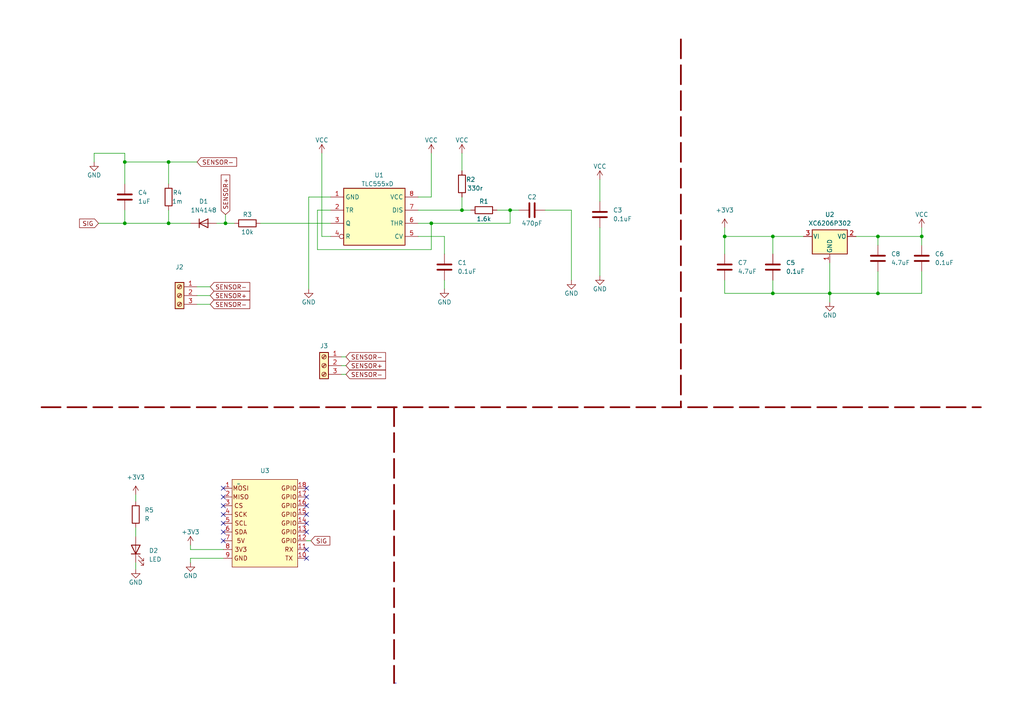
<source format=kicad_sch>
(kicad_sch (version 20230121) (generator eeschema)

  (uuid 327951dd-75dc-4883-84d8-56fda21bf9d0)

  (paper "A4")

  (lib_symbols
    (symbol "Connector:Screw_Terminal_01x03" (pin_names (offset 1.016) hide) (in_bom yes) (on_board yes)
      (property "Reference" "J" (at 0 5.08 0)
        (effects (font (size 1.27 1.27)))
      )
      (property "Value" "Screw_Terminal_01x03" (at 0 -5.08 0)
        (effects (font (size 1.27 1.27)))
      )
      (property "Footprint" "" (at 0 0 0)
        (effects (font (size 1.27 1.27)) hide)
      )
      (property "Datasheet" "~" (at 0 0 0)
        (effects (font (size 1.27 1.27)) hide)
      )
      (property "ki_keywords" "screw terminal" (at 0 0 0)
        (effects (font (size 1.27 1.27)) hide)
      )
      (property "ki_description" "Generic screw terminal, single row, 01x03, script generated (kicad-library-utils/schlib/autogen/connector/)" (at 0 0 0)
        (effects (font (size 1.27 1.27)) hide)
      )
      (property "ki_fp_filters" "TerminalBlock*:*" (at 0 0 0)
        (effects (font (size 1.27 1.27)) hide)
      )
      (symbol "Screw_Terminal_01x03_1_1"
        (rectangle (start -1.27 3.81) (end 1.27 -3.81)
          (stroke (width 0.254) (type default))
          (fill (type background))
        )
        (circle (center 0 -2.54) (radius 0.635)
          (stroke (width 0.1524) (type default))
          (fill (type none))
        )
        (polyline
          (pts
            (xy -0.5334 -2.2098)
            (xy 0.3302 -3.048)
          )
          (stroke (width 0.1524) (type default))
          (fill (type none))
        )
        (polyline
          (pts
            (xy -0.5334 0.3302)
            (xy 0.3302 -0.508)
          )
          (stroke (width 0.1524) (type default))
          (fill (type none))
        )
        (polyline
          (pts
            (xy -0.5334 2.8702)
            (xy 0.3302 2.032)
          )
          (stroke (width 0.1524) (type default))
          (fill (type none))
        )
        (polyline
          (pts
            (xy -0.3556 -2.032)
            (xy 0.508 -2.8702)
          )
          (stroke (width 0.1524) (type default))
          (fill (type none))
        )
        (polyline
          (pts
            (xy -0.3556 0.508)
            (xy 0.508 -0.3302)
          )
          (stroke (width 0.1524) (type default))
          (fill (type none))
        )
        (polyline
          (pts
            (xy -0.3556 3.048)
            (xy 0.508 2.2098)
          )
          (stroke (width 0.1524) (type default))
          (fill (type none))
        )
        (circle (center 0 0) (radius 0.635)
          (stroke (width 0.1524) (type default))
          (fill (type none))
        )
        (circle (center 0 2.54) (radius 0.635)
          (stroke (width 0.1524) (type default))
          (fill (type none))
        )
        (pin passive line (at -5.08 2.54 0) (length 3.81)
          (name "Pin_1" (effects (font (size 1.27 1.27))))
          (number "1" (effects (font (size 1.27 1.27))))
        )
        (pin passive line (at -5.08 0 0) (length 3.81)
          (name "Pin_2" (effects (font (size 1.27 1.27))))
          (number "2" (effects (font (size 1.27 1.27))))
        )
        (pin passive line (at -5.08 -2.54 0) (length 3.81)
          (name "Pin_3" (effects (font (size 1.27 1.27))))
          (number "3" (effects (font (size 1.27 1.27))))
        )
      )
    )
    (symbol "Device:C" (pin_numbers hide) (pin_names (offset 0.254)) (in_bom yes) (on_board yes)
      (property "Reference" "C" (at 0.635 2.54 0)
        (effects (font (size 1.27 1.27)) (justify left))
      )
      (property "Value" "C" (at 0.635 -2.54 0)
        (effects (font (size 1.27 1.27)) (justify left))
      )
      (property "Footprint" "" (at 0.9652 -3.81 0)
        (effects (font (size 1.27 1.27)) hide)
      )
      (property "Datasheet" "~" (at 0 0 0)
        (effects (font (size 1.27 1.27)) hide)
      )
      (property "ki_keywords" "cap capacitor" (at 0 0 0)
        (effects (font (size 1.27 1.27)) hide)
      )
      (property "ki_description" "Unpolarized capacitor" (at 0 0 0)
        (effects (font (size 1.27 1.27)) hide)
      )
      (property "ki_fp_filters" "C_*" (at 0 0 0)
        (effects (font (size 1.27 1.27)) hide)
      )
      (symbol "C_0_1"
        (polyline
          (pts
            (xy -2.032 -0.762)
            (xy 2.032 -0.762)
          )
          (stroke (width 0.508) (type default))
          (fill (type none))
        )
        (polyline
          (pts
            (xy -2.032 0.762)
            (xy 2.032 0.762)
          )
          (stroke (width 0.508) (type default))
          (fill (type none))
        )
      )
      (symbol "C_1_1"
        (pin passive line (at 0 3.81 270) (length 2.794)
          (name "~" (effects (font (size 1.27 1.27))))
          (number "1" (effects (font (size 1.27 1.27))))
        )
        (pin passive line (at 0 -3.81 90) (length 2.794)
          (name "~" (effects (font (size 1.27 1.27))))
          (number "2" (effects (font (size 1.27 1.27))))
        )
      )
    )
    (symbol "Device:LED" (pin_numbers hide) (pin_names (offset 1.016) hide) (in_bom yes) (on_board yes)
      (property "Reference" "D" (at 0 2.54 0)
        (effects (font (size 1.27 1.27)))
      )
      (property "Value" "LED" (at 0 -2.54 0)
        (effects (font (size 1.27 1.27)))
      )
      (property "Footprint" "" (at 0 0 0)
        (effects (font (size 1.27 1.27)) hide)
      )
      (property "Datasheet" "~" (at 0 0 0)
        (effects (font (size 1.27 1.27)) hide)
      )
      (property "ki_keywords" "LED diode" (at 0 0 0)
        (effects (font (size 1.27 1.27)) hide)
      )
      (property "ki_description" "Light emitting diode" (at 0 0 0)
        (effects (font (size 1.27 1.27)) hide)
      )
      (property "ki_fp_filters" "LED* LED_SMD:* LED_THT:*" (at 0 0 0)
        (effects (font (size 1.27 1.27)) hide)
      )
      (symbol "LED_0_1"
        (polyline
          (pts
            (xy -1.27 -1.27)
            (xy -1.27 1.27)
          )
          (stroke (width 0.254) (type default))
          (fill (type none))
        )
        (polyline
          (pts
            (xy -1.27 0)
            (xy 1.27 0)
          )
          (stroke (width 0) (type default))
          (fill (type none))
        )
        (polyline
          (pts
            (xy 1.27 -1.27)
            (xy 1.27 1.27)
            (xy -1.27 0)
            (xy 1.27 -1.27)
          )
          (stroke (width 0.254) (type default))
          (fill (type none))
        )
        (polyline
          (pts
            (xy -3.048 -0.762)
            (xy -4.572 -2.286)
            (xy -3.81 -2.286)
            (xy -4.572 -2.286)
            (xy -4.572 -1.524)
          )
          (stroke (width 0) (type default))
          (fill (type none))
        )
        (polyline
          (pts
            (xy -1.778 -0.762)
            (xy -3.302 -2.286)
            (xy -2.54 -2.286)
            (xy -3.302 -2.286)
            (xy -3.302 -1.524)
          )
          (stroke (width 0) (type default))
          (fill (type none))
        )
      )
      (symbol "LED_1_1"
        (pin passive line (at -3.81 0 0) (length 2.54)
          (name "K" (effects (font (size 1.27 1.27))))
          (number "1" (effects (font (size 1.27 1.27))))
        )
        (pin passive line (at 3.81 0 180) (length 2.54)
          (name "A" (effects (font (size 1.27 1.27))))
          (number "2" (effects (font (size 1.27 1.27))))
        )
      )
    )
    (symbol "Device:R" (pin_numbers hide) (pin_names (offset 0)) (in_bom yes) (on_board yes)
      (property "Reference" "R" (at 2.032 0 90)
        (effects (font (size 1.27 1.27)))
      )
      (property "Value" "R" (at 0 0 90)
        (effects (font (size 1.27 1.27)))
      )
      (property "Footprint" "" (at -1.778 0 90)
        (effects (font (size 1.27 1.27)) hide)
      )
      (property "Datasheet" "~" (at 0 0 0)
        (effects (font (size 1.27 1.27)) hide)
      )
      (property "ki_keywords" "R res resistor" (at 0 0 0)
        (effects (font (size 1.27 1.27)) hide)
      )
      (property "ki_description" "Resistor" (at 0 0 0)
        (effects (font (size 1.27 1.27)) hide)
      )
      (property "ki_fp_filters" "R_*" (at 0 0 0)
        (effects (font (size 1.27 1.27)) hide)
      )
      (symbol "R_0_1"
        (rectangle (start -1.016 -2.54) (end 1.016 2.54)
          (stroke (width 0.254) (type default))
          (fill (type none))
        )
      )
      (symbol "R_1_1"
        (pin passive line (at 0 3.81 270) (length 1.27)
          (name "~" (effects (font (size 1.27 1.27))))
          (number "1" (effects (font (size 1.27 1.27))))
        )
        (pin passive line (at 0 -3.81 90) (length 1.27)
          (name "~" (effects (font (size 1.27 1.27))))
          (number "2" (effects (font (size 1.27 1.27))))
        )
      )
    )
    (symbol "Diode:1N4148" (pin_numbers hide) (pin_names hide) (in_bom yes) (on_board yes)
      (property "Reference" "D" (at 0 2.54 0)
        (effects (font (size 1.27 1.27)))
      )
      (property "Value" "1N4148" (at 0 -2.54 0)
        (effects (font (size 1.27 1.27)))
      )
      (property "Footprint" "Diode_THT:D_DO-35_SOD27_P7.62mm_Horizontal" (at 0 0 0)
        (effects (font (size 1.27 1.27)) hide)
      )
      (property "Datasheet" "https://assets.nexperia.com/documents/data-sheet/1N4148_1N4448.pdf" (at 0 0 0)
        (effects (font (size 1.27 1.27)) hide)
      )
      (property "Sim.Device" "D" (at 0 0 0)
        (effects (font (size 1.27 1.27)) hide)
      )
      (property "Sim.Pins" "1=K 2=A" (at 0 0 0)
        (effects (font (size 1.27 1.27)) hide)
      )
      (property "ki_keywords" "diode" (at 0 0 0)
        (effects (font (size 1.27 1.27)) hide)
      )
      (property "ki_description" "100V 0.15A standard switching diode, DO-35" (at 0 0 0)
        (effects (font (size 1.27 1.27)) hide)
      )
      (property "ki_fp_filters" "D*DO?35*" (at 0 0 0)
        (effects (font (size 1.27 1.27)) hide)
      )
      (symbol "1N4148_0_1"
        (polyline
          (pts
            (xy -1.27 1.27)
            (xy -1.27 -1.27)
          )
          (stroke (width 0.254) (type default))
          (fill (type none))
        )
        (polyline
          (pts
            (xy 1.27 0)
            (xy -1.27 0)
          )
          (stroke (width 0) (type default))
          (fill (type none))
        )
        (polyline
          (pts
            (xy 1.27 1.27)
            (xy 1.27 -1.27)
            (xy -1.27 0)
            (xy 1.27 1.27)
          )
          (stroke (width 0.254) (type default))
          (fill (type none))
        )
      )
      (symbol "1N4148_1_1"
        (pin passive line (at -3.81 0 0) (length 2.54)
          (name "K" (effects (font (size 1.27 1.27))))
          (number "1" (effects (font (size 1.27 1.27))))
        )
        (pin passive line (at 3.81 0 180) (length 2.54)
          (name "A" (effects (font (size 1.27 1.27))))
          (number "2" (effects (font (size 1.27 1.27))))
        )
      )
    )
    (symbol "Regulator_Linear:XC6206PxxxMR" (pin_names (offset 0.254)) (in_bom yes) (on_board yes)
      (property "Reference" "U" (at -3.81 3.175 0)
        (effects (font (size 1.27 1.27)))
      )
      (property "Value" "XC6206PxxxMR" (at 0 3.175 0)
        (effects (font (size 1.27 1.27)) (justify left))
      )
      (property "Footprint" "Package_TO_SOT_SMD:SOT-23-3" (at 0 5.715 0)
        (effects (font (size 1.27 1.27) italic) hide)
      )
      (property "Datasheet" "https://www.torexsemi.com/file/xc6206/XC6206.pdf" (at 0 0 0)
        (effects (font (size 1.27 1.27)) hide)
      )
      (property "ki_keywords" "Torex LDO Voltage Regulator Fixed Positive" (at 0 0 0)
        (effects (font (size 1.27 1.27)) hide)
      )
      (property "ki_description" "Positive 60-250mA Low Dropout Regulator, Fixed Output, SOT-23" (at 0 0 0)
        (effects (font (size 1.27 1.27)) hide)
      )
      (property "ki_fp_filters" "SOT?23?3*" (at 0 0 0)
        (effects (font (size 1.27 1.27)) hide)
      )
      (symbol "XC6206PxxxMR_0_1"
        (rectangle (start -5.08 1.905) (end 5.08 -5.08)
          (stroke (width 0.254) (type default))
          (fill (type background))
        )
      )
      (symbol "XC6206PxxxMR_1_1"
        (pin power_in line (at 0 -7.62 90) (length 2.54)
          (name "GND" (effects (font (size 1.27 1.27))))
          (number "1" (effects (font (size 1.27 1.27))))
        )
        (pin power_out line (at 7.62 0 180) (length 2.54)
          (name "VO" (effects (font (size 1.27 1.27))))
          (number "2" (effects (font (size 1.27 1.27))))
        )
        (pin power_in line (at -7.62 0 0) (length 2.54)
          (name "VI" (effects (font (size 1.27 1.27))))
          (number "3" (effects (font (size 1.27 1.27))))
        )
      )
    )
    (symbol "Timer:TLC555xD" (in_bom yes) (on_board yes)
      (property "Reference" "U1" (at 0 10.16 0)
        (effects (font (size 1.27 1.27)) (justify left))
      )
      (property "Value" "TLC555xD" (at -3.81 7.62 0)
        (effects (font (size 1.27 1.27)) (justify left))
      )
      (property "Footprint" "Package_SO:SOIC-8_3.9x4.9mm_P1.27mm" (at 21.59 -10.16 0)
        (effects (font (size 1.27 1.27)) hide)
      )
      (property "Datasheet" "http://www.ti.com/lit/ds/symlink/tlc555.pdf" (at 21.59 -10.16 0)
        (effects (font (size 1.27 1.27)) hide)
      )
      (property "ki_keywords" "single timer 555" (at 0 0 0)
        (effects (font (size 1.27 1.27)) hide)
      )
      (property "ki_description" "Single LinCMOS Timer, 555 compatible, SOIC-8" (at 0 0 0)
        (effects (font (size 1.27 1.27)) hide)
      )
      (property "ki_fp_filters" "SOIC*3.9x4.9mm*P1.27mm*" (at 0 0 0)
        (effects (font (size 1.27 1.27)) hide)
      )
      (symbol "TLC555xD_0_1"
        (rectangle (start -8.89 6.35) (end 8.89 -10.16)
          (stroke (width 0.254) (type default))
          (fill (type background))
        )
      )
      (symbol "TLC555xD_1_0"
        (pin power_in line (at 12.7 3.81 180) (length 3.81)
          (name "VCC" (effects (font (size 1.27 1.27))))
          (number "8" (effects (font (size 1.27 1.27))))
        )
      )
      (symbol "TLC555xD_1_1"
        (pin input line (at -12.7 3.81 0) (length 3.81)
          (name "GND" (effects (font (size 1.27 1.27))))
          (number "1" (effects (font (size 1.27 1.27))))
        )
        (pin input line (at -12.7 0 0) (length 3.81)
          (name "TR" (effects (font (size 1.27 1.27))))
          (number "2" (effects (font (size 1.27 1.27))))
        )
        (pin output line (at -12.7 -3.81 0) (length 3.81)
          (name "Q" (effects (font (size 1.27 1.27))))
          (number "3" (effects (font (size 1.27 1.27))))
        )
        (pin input inverted (at -12.7 -7.62 0) (length 3.81)
          (name "R" (effects (font (size 1.27 1.27))))
          (number "4" (effects (font (size 1.27 1.27))))
        )
        (pin input line (at 12.7 -7.62 180) (length 3.81)
          (name "CV" (effects (font (size 1.27 1.27))))
          (number "5" (effects (font (size 1.27 1.27))))
        )
        (pin input line (at 12.7 -3.81 180) (length 3.81)
          (name "THR" (effects (font (size 1.27 1.27))))
          (number "6" (effects (font (size 1.27 1.27))))
        )
        (pin input line (at 12.7 0 180) (length 3.81)
          (name "DIS" (effects (font (size 1.27 1.27))))
          (number "7" (effects (font (size 1.27 1.27))))
        )
      )
    )
    (symbol "VCC_1" (power) (pin_names (offset 0)) (in_bom yes) (on_board yes)
      (property "Reference" "#PWR012" (at 0 -3.81 0)
        (effects (font (size 1.27 1.27)) hide)
      )
      (property "Value" "VCC_1" (at 0 5.08 0)
        (effects (font (size 1.27 1.27)))
      )
      (property "Footprint" "" (at 0 0 0)
        (effects (font (size 1.27 1.27)) hide)
      )
      (property "Datasheet" "" (at 0 0 0)
        (effects (font (size 1.27 1.27)) hide)
      )
      (property "ki_keywords" "global power" (at 0 0 0)
        (effects (font (size 1.27 1.27)) hide)
      )
      (property "ki_description" "Power symbol creates a global label with name \"VCC\"" (at 0 0 0)
        (effects (font (size 1.27 1.27)) hide)
      )
      (symbol "VCC_1_0_1"
        (polyline
          (pts
            (xy -0.762 1.27)
            (xy 0 2.54)
          )
          (stroke (width 0) (type default))
          (fill (type none))
        )
        (polyline
          (pts
            (xy 0 0)
            (xy 0 2.54)
          )
          (stroke (width 0) (type default))
          (fill (type none))
        )
        (polyline
          (pts
            (xy 0 2.54)
            (xy 0.762 1.27)
          )
          (stroke (width 0) (type default))
          (fill (type none))
        )
      )
      (symbol "VCC_1_1_1"
        (pin power_in line (at 0 0 90) (length 0) hide
          (name "VCC" (effects (font (size 1.27 1.27))))
          (number "1" (effects (font (size 1.27 1.27))))
        )
      )
    )
    (symbol "moduler_pin:air" (in_bom yes) (on_board yes)
      (property "Reference" "U" (at 7.62 2.54 0)
        (effects (font (size 1.27 1.27)))
      )
      (property "Value" "" (at 0 0 0)
        (effects (font (size 1.27 1.27)))
      )
      (property "Footprint" "" (at 0 0 0)
        (effects (font (size 1.27 1.27)) hide)
      )
      (property "Datasheet" "" (at 0 0 0)
        (effects (font (size 1.27 1.27)) hide)
      )
      (symbol "air_1_1"
        (rectangle (start -1.905 1.27) (end 17.145 -24.13)
          (stroke (width 0) (type default))
          (fill (type background))
        )
        (text "3V3" (at 0.635 -19.05 0)
          (effects (font (size 1.27 1.27)))
        )
        (text "5V" (at 0.635 -16.51 0)
          (effects (font (size 1.27 1.27)))
        )
        (text "CS" (at 0 -6.35 0)
          (effects (font (size 1.27 1.27)))
        )
        (text "GND" (at 0.635 -21.59 0)
          (effects (font (size 1.27 1.27)))
        )
        (text "GPIO" (at 14.605 -16.51 0)
          (effects (font (size 1.27 1.27)))
        )
        (text "GPIO" (at 14.605 -13.97 0)
          (effects (font (size 1.27 1.27)))
        )
        (text "GPIO" (at 14.605 -11.43 0)
          (effects (font (size 1.27 1.27)))
        )
        (text "GPIO" (at 14.605 -8.89 0)
          (effects (font (size 1.27 1.27)))
        )
        (text "GPIO" (at 14.605 -6.35 0)
          (effects (font (size 1.27 1.27)))
        )
        (text "GPIO" (at 14.605 -3.81 0)
          (effects (font (size 1.27 1.27)))
        )
        (text "GPIO" (at 14.605 -1.27 0)
          (effects (font (size 1.27 1.27)))
        )
        (text "MISO" (at 0.635 -3.81 0)
          (effects (font (size 1.27 1.27)))
        )
        (text "MOSI" (at 0.635 -1.27 0)
          (effects (font (size 1.27 1.27)))
        )
        (text "RX" (at 14.605 -19.05 0)
          (effects (font (size 1.27 1.27)))
        )
        (text "SCK" (at 0.635 -8.89 0)
          (effects (font (size 1.27 1.27)))
        )
        (text "SCL" (at 0.635 -11.43 0)
          (effects (font (size 1.27 1.27)))
        )
        (text "SDA" (at 0.635 -13.97 0)
          (effects (font (size 1.27 1.27)))
        )
        (text "TX" (at 14.605 -21.59 0)
          (effects (font (size 1.27 1.27)))
        )
        (pin input line (at -4.445 -1.27 0) (length 2.54)
          (name "" (effects (font (size 1.27 1.27))))
          (number "1" (effects (font (size 1.27 1.27))))
        )
        (pin input line (at 19.685 -21.59 180) (length 2.54)
          (name "" (effects (font (size 1.27 1.27))))
          (number "10" (effects (font (size 1.27 1.27))))
        )
        (pin input line (at 19.685 -19.05 180) (length 2.54)
          (name "" (effects (font (size 1.27 1.27))))
          (number "11" (effects (font (size 1.27 1.27))))
        )
        (pin input line (at 19.685 -16.51 180) (length 2.54)
          (name "" (effects (font (size 1.27 1.27))))
          (number "12" (effects (font (size 1.27 1.27))))
        )
        (pin input line (at 19.685 -13.97 180) (length 2.54)
          (name "" (effects (font (size 1.27 1.27))))
          (number "13" (effects (font (size 1.27 1.27))))
        )
        (pin input line (at 19.685 -11.43 180) (length 2.54)
          (name "" (effects (font (size 1.27 1.27))))
          (number "14" (effects (font (size 1.27 1.27))))
        )
        (pin input line (at 19.685 -8.89 180) (length 2.54)
          (name "" (effects (font (size 1.27 1.27))))
          (number "15" (effects (font (size 1.27 1.27))))
        )
        (pin input line (at 19.685 -6.35 180) (length 2.54)
          (name "" (effects (font (size 1.27 1.27))))
          (number "16" (effects (font (size 1.27 1.27))))
        )
        (pin input line (at 19.685 -3.81 180) (length 2.54)
          (name "" (effects (font (size 1.27 1.27))))
          (number "17" (effects (font (size 1.27 1.27))))
        )
        (pin input line (at 19.685 -1.27 180) (length 2.54)
          (name "" (effects (font (size 1.27 1.27))))
          (number "18" (effects (font (size 1.27 1.27))))
        )
        (pin input line (at -4.445 -3.81 0) (length 2.54)
          (name "" (effects (font (size 1.27 1.27))))
          (number "2" (effects (font (size 1.27 1.27))))
        )
        (pin input line (at -4.445 -6.35 0) (length 2.54)
          (name "" (effects (font (size 1.27 1.27))))
          (number "3" (effects (font (size 1.27 1.27))))
        )
        (pin input line (at -4.445 -8.89 0) (length 2.54)
          (name "" (effects (font (size 1.27 1.27))))
          (number "4" (effects (font (size 1.27 1.27))))
        )
        (pin input line (at -4.445 -11.43 0) (length 2.54)
          (name "" (effects (font (size 1.27 1.27))))
          (number "5" (effects (font (size 1.27 1.27))))
        )
        (pin input line (at -4.445 -13.97 0) (length 2.54)
          (name "" (effects (font (size 1.27 1.27))))
          (number "6" (effects (font (size 1.27 1.27))))
        )
        (pin input line (at -4.445 -16.51 0) (length 2.54)
          (name "" (effects (font (size 1.27 1.27))))
          (number "7" (effects (font (size 1.27 1.27))))
        )
        (pin input line (at -4.445 -19.05 0) (length 2.54)
          (name "" (effects (font (size 1.27 1.27))))
          (number "8" (effects (font (size 1.27 1.27))))
        )
        (pin input line (at -4.445 -21.59 0) (length 2.54)
          (name "" (effects (font (size 1.27 1.27))))
          (number "9" (effects (font (size 1.27 1.27))))
        )
      )
    )
    (symbol "power:+3V3" (power) (pin_names (offset 0)) (in_bom yes) (on_board yes)
      (property "Reference" "#PWR" (at 0 -3.81 0)
        (effects (font (size 1.27 1.27)) hide)
      )
      (property "Value" "+3V3" (at 0 3.556 0)
        (effects (font (size 1.27 1.27)))
      )
      (property "Footprint" "" (at 0 0 0)
        (effects (font (size 1.27 1.27)) hide)
      )
      (property "Datasheet" "" (at 0 0 0)
        (effects (font (size 1.27 1.27)) hide)
      )
      (property "ki_keywords" "global power" (at 0 0 0)
        (effects (font (size 1.27 1.27)) hide)
      )
      (property "ki_description" "Power symbol creates a global label with name \"+3V3\"" (at 0 0 0)
        (effects (font (size 1.27 1.27)) hide)
      )
      (symbol "+3V3_0_1"
        (polyline
          (pts
            (xy -0.762 1.27)
            (xy 0 2.54)
          )
          (stroke (width 0) (type default))
          (fill (type none))
        )
        (polyline
          (pts
            (xy 0 0)
            (xy 0 2.54)
          )
          (stroke (width 0) (type default))
          (fill (type none))
        )
        (polyline
          (pts
            (xy 0 2.54)
            (xy 0.762 1.27)
          )
          (stroke (width 0) (type default))
          (fill (type none))
        )
      )
      (symbol "+3V3_1_1"
        (pin power_in line (at 0 0 90) (length 0) hide
          (name "+3V3" (effects (font (size 1.27 1.27))))
          (number "1" (effects (font (size 1.27 1.27))))
        )
      )
    )
    (symbol "power:GND" (power) (pin_names (offset 0)) (in_bom yes) (on_board yes)
      (property "Reference" "#PWR" (at 0 -6.35 0)
        (effects (font (size 1.27 1.27)) hide)
      )
      (property "Value" "GND" (at 0 -3.81 0)
        (effects (font (size 1.27 1.27)))
      )
      (property "Footprint" "" (at 0 0 0)
        (effects (font (size 1.27 1.27)) hide)
      )
      (property "Datasheet" "" (at 0 0 0)
        (effects (font (size 1.27 1.27)) hide)
      )
      (property "ki_keywords" "global power" (at 0 0 0)
        (effects (font (size 1.27 1.27)) hide)
      )
      (property "ki_description" "Power symbol creates a global label with name \"GND\" , ground" (at 0 0 0)
        (effects (font (size 1.27 1.27)) hide)
      )
      (symbol "GND_0_1"
        (polyline
          (pts
            (xy 0 0)
            (xy 0 -1.27)
            (xy 1.27 -1.27)
            (xy 0 -2.54)
            (xy -1.27 -1.27)
            (xy 0 -1.27)
          )
          (stroke (width 0) (type default))
          (fill (type none))
        )
      )
      (symbol "GND_1_1"
        (pin power_in line (at 0 0 270) (length 0) hide
          (name "GND" (effects (font (size 1.27 1.27))))
          (number "1" (effects (font (size 1.27 1.27))))
        )
      )
    )
  )

  (junction (at 240.665 85.09) (diameter 0) (color 0 0 0 0)
    (uuid 201ebfe7-84ba-4e04-9ae6-33893bd502bd)
  )
  (junction (at 147.955 60.96) (diameter 0) (color 0 0 0 0)
    (uuid 2313d171-5d1a-4525-be20-98385d477d93)
  )
  (junction (at 36.195 46.99) (diameter 0) (color 0 0 0 0)
    (uuid 3e47630b-d5c1-4dae-a06f-3ce29e4fab74)
  )
  (junction (at 48.895 46.99) (diameter 0) (color 0 0 0 0)
    (uuid 44d17130-dbd3-46ac-911b-5fa4443d7532)
  )
  (junction (at 210.185 68.58) (diameter 0) (color 0 0 0 0)
    (uuid 5e3b67bf-1b61-43bf-a192-7004813b552a)
  )
  (junction (at 48.895 64.77) (diameter 0) (color 0 0 0 0)
    (uuid 67dfdf34-9ecc-4886-aa1f-c30dfffaa8ee)
  )
  (junction (at 133.985 60.96) (diameter 0) (color 0 0 0 0)
    (uuid 7362fb41-1738-4599-83bd-49f7b8fe55cc)
  )
  (junction (at 36.195 64.77) (diameter 0) (color 0 0 0 0)
    (uuid 803f6b2e-c078-447c-b267-436109fd0d3e)
  )
  (junction (at 224.155 68.58) (diameter 0) (color 0 0 0 0)
    (uuid 830ee70a-77e7-4a5c-a653-d62ca93f023d)
  )
  (junction (at 65.405 64.77) (diameter 0) (color 0 0 0 0)
    (uuid 8a2e0763-6150-4a40-9141-f0d96e3b67f2)
  )
  (junction (at 125.095 64.77) (diameter 0) (color 0 0 0 0)
    (uuid 978132fd-0889-4c51-b897-ab46dacded5a)
  )
  (junction (at 267.335 68.58) (diameter 0) (color 0 0 0 0)
    (uuid a3fbc460-28d9-4a90-9800-7ba0b6e3a262)
  )
  (junction (at 254.635 68.58) (diameter 0) (color 0 0 0 0)
    (uuid aab30394-e698-4400-8aab-5385a3880df4)
  )
  (junction (at 224.155 85.09) (diameter 0) (color 0 0 0 0)
    (uuid c0d842d4-8328-4efa-9ec9-51cca8074394)
  )
  (junction (at 254.635 85.09) (diameter 0) (color 0 0 0 0)
    (uuid c9314552-5869-41d1-a3df-fbe238d80855)
  )

  (no_connect (at 64.77 149.225) (uuid 02544726-01fd-48a4-8422-562a12db6cb8))
  (no_connect (at 64.77 141.605) (uuid 08d659db-7406-40a1-b626-e15a5b71260e))
  (no_connect (at 88.9 159.385) (uuid 0b1994f3-3f00-46ac-9e6a-db0834242309))
  (no_connect (at 64.77 146.685) (uuid 35101ddb-d20a-4850-9382-c06766fa8a8a))
  (no_connect (at 64.77 151.765) (uuid 39b6c7f9-e927-45c3-8de7-5b5eb774097a))
  (no_connect (at 88.9 146.685) (uuid 40259579-28de-46b5-85a0-7654ff0bfc24))
  (no_connect (at 88.9 151.765) (uuid 49d432c4-14d9-45d0-932b-70a505e2f3ed))
  (no_connect (at 64.77 154.305) (uuid 4a06e60b-3156-4a1a-8127-db4531747111))
  (no_connect (at 88.9 154.305) (uuid 62a2c34a-44ae-4961-acbf-e6f47adeb3a0))
  (no_connect (at 88.9 161.925) (uuid 76358d85-6a48-46f7-aa63-2d8958fd0a47))
  (no_connect (at 88.9 141.605) (uuid 97c58e5d-8be1-4d60-912e-7c2fb02099cf))
  (no_connect (at 88.9 144.145) (uuid 9aca0480-29fe-42d1-b80f-5c355b26cd34))
  (no_connect (at 64.77 156.845) (uuid a483dd08-db73-46e7-ae6d-c2d6c6e6efe8))
  (no_connect (at 64.77 144.145) (uuid f1735f59-5b6c-4821-9919-1d463400d8f9))
  (no_connect (at 88.9 149.225) (uuid f5c02599-c456-498e-b856-444907f047f7))

  (wire (pts (xy 57.15 83.185) (xy 60.96 83.185))
    (stroke (width 0) (type default))
    (uuid 0058453c-b954-425e-afc6-193097be3e06)
  )
  (wire (pts (xy 210.185 85.09) (xy 224.155 85.09))
    (stroke (width 0) (type default))
    (uuid 01d863b9-7616-41b0-a77a-66c6f20c68eb)
  )
  (wire (pts (xy 210.185 66.04) (xy 210.185 68.58))
    (stroke (width 0) (type default))
    (uuid 0672659d-17a1-49e4-86b9-bdeff77f457d)
  )
  (wire (pts (xy 93.345 68.58) (xy 95.885 68.58))
    (stroke (width 0) (type default))
    (uuid 074b9a80-8242-421a-a9f5-d435f4a7015a)
  )
  (wire (pts (xy 233.045 68.58) (xy 224.155 68.58))
    (stroke (width 0) (type default))
    (uuid 07d2be6e-4341-412d-97e6-578304fae6d4)
  )
  (wire (pts (xy 210.185 81.28) (xy 210.185 85.09))
    (stroke (width 0) (type default))
    (uuid 09a9899f-113b-47b6-9fc7-06fe39ed72e1)
  )
  (wire (pts (xy 39.37 153.035) (xy 39.37 155.575))
    (stroke (width 0) (type default))
    (uuid 0d66d4f0-6e30-4f4d-8b4a-7e369b9d622b)
  )
  (polyline (pts (xy 197.485 11.43) (xy 197.485 118.11))
    (stroke (width 0.5) (type dash) (color 132 0 0 1))
    (uuid 0ed1da71-8be2-479a-9740-f57160a5f535)
  )

  (wire (pts (xy 36.195 53.34) (xy 36.195 46.99))
    (stroke (width 0) (type default))
    (uuid 12b3ad7b-7886-40f5-a1bc-0e1136754a70)
  )
  (wire (pts (xy 60.96 85.725) (xy 57.15 85.725))
    (stroke (width 0) (type default))
    (uuid 17196950-946a-408e-b2c0-1bb2ccd68ad1)
  )
  (polyline (pts (xy 114.3 198.12) (xy 114.935 198.12))
    (stroke (width 0) (type default))
    (uuid 18aaff8e-301f-4b31-a35e-492ccc8652c0)
  )
  (polyline (pts (xy 12.065 118.11) (xy 284.48 118.11))
    (stroke (width 0.5) (type dash) (color 132 0 0 1))
    (uuid 1bcbdfe8-9117-4668-83f8-37faf6fe9c49)
  )

  (wire (pts (xy 100.33 108.585) (xy 99.06 108.585))
    (stroke (width 0) (type default))
    (uuid 1d9ca4db-8e93-4846-acb4-88d528bcecba)
  )
  (polyline (pts (xy 114.3 118.11) (xy 114.3 198.12))
    (stroke (width 0.5) (type dash) (color 132 0 0 1))
    (uuid 1deae2d0-0f6f-4953-b5ba-bcb70919647e)
  )

  (wire (pts (xy 55.245 163.195) (xy 55.245 161.925))
    (stroke (width 0) (type default))
    (uuid 221391a4-c25c-420c-abd7-514940850af3)
  )
  (wire (pts (xy 173.99 52.07) (xy 173.99 58.42))
    (stroke (width 0) (type default))
    (uuid 2d13566a-e00d-449f-857e-47c6a44cd25f)
  )
  (wire (pts (xy 36.195 44.45) (xy 27.305 44.45))
    (stroke (width 0) (type default))
    (uuid 32008e37-8b77-4771-ad6e-bf365cb24dbd)
  )
  (wire (pts (xy 121.285 68.58) (xy 128.905 68.58))
    (stroke (width 0) (type default))
    (uuid 32838e32-ff66-4ae6-9d36-e3e0c0a71b26)
  )
  (wire (pts (xy 125.095 72.39) (xy 125.095 64.77))
    (stroke (width 0) (type default))
    (uuid 3acac246-c0a2-4ed4-a913-ba9739c53f23)
  )
  (wire (pts (xy 48.895 64.77) (xy 55.245 64.77))
    (stroke (width 0) (type default))
    (uuid 3af54214-594e-4b61-a4e8-614bd49320b2)
  )
  (wire (pts (xy 62.865 64.77) (xy 65.405 64.77))
    (stroke (width 0) (type default))
    (uuid 46f3b1ea-151b-463c-9d45-5eecddbbb60f)
  )
  (wire (pts (xy 55.245 159.385) (xy 64.77 159.385))
    (stroke (width 0) (type default))
    (uuid 476e14ff-5a50-43f2-a01e-244e337ba6b2)
  )
  (wire (pts (xy 147.955 64.77) (xy 147.955 60.96))
    (stroke (width 0) (type default))
    (uuid 497a987f-dcf2-4ef9-ab48-701560b567d7)
  )
  (wire (pts (xy 100.33 103.505) (xy 99.06 103.505))
    (stroke (width 0) (type default))
    (uuid 4c59d130-d44f-4e2b-bf7d-f0abc1ef8a2d)
  )
  (wire (pts (xy 93.345 44.45) (xy 93.345 68.58))
    (stroke (width 0) (type default))
    (uuid 4ea71ccb-a81f-4c11-92d7-3f8cd387f03e)
  )
  (wire (pts (xy 36.195 60.96) (xy 36.195 64.77))
    (stroke (width 0) (type default))
    (uuid 4f06c25d-054d-4706-9946-c5b5363f67d9)
  )
  (wire (pts (xy 147.955 60.96) (xy 150.495 60.96))
    (stroke (width 0) (type default))
    (uuid 54005b7b-a00a-4576-b814-4025e653f628)
  )
  (wire (pts (xy 125.095 44.45) (xy 125.095 57.15))
    (stroke (width 0) (type default))
    (uuid 55dc9199-e26d-47c6-9d0c-689bf1730c0d)
  )
  (wire (pts (xy 39.37 165.1) (xy 39.37 163.195))
    (stroke (width 0) (type default))
    (uuid 5801b8e3-084a-4c37-8aa7-3d7a7d96178f)
  )
  (wire (pts (xy 144.145 60.96) (xy 147.955 60.96))
    (stroke (width 0) (type default))
    (uuid 5a32655f-7e36-44ac-80ea-c6d5ad7e49e9)
  )
  (wire (pts (xy 165.735 81.28) (xy 165.735 60.96))
    (stroke (width 0) (type default))
    (uuid 5cbbda6e-f178-4564-960e-beb0047254b4)
  )
  (wire (pts (xy 95.885 60.96) (xy 92.075 60.96))
    (stroke (width 0) (type default))
    (uuid 66119ce0-56fe-4684-8a5c-e5c60a7e7ec2)
  )
  (wire (pts (xy 267.335 85.09) (xy 254.635 85.09))
    (stroke (width 0) (type default))
    (uuid 68a01e8f-07c8-4ddb-96c8-0903adbdb275)
  )
  (wire (pts (xy 210.185 73.66) (xy 210.185 68.58))
    (stroke (width 0) (type default))
    (uuid 6bee61ca-9c20-4c8f-af7c-c0616c52abc0)
  )
  (wire (pts (xy 128.905 81.28) (xy 128.905 83.82))
    (stroke (width 0) (type default))
    (uuid 6e2d9865-3a1b-432d-8aba-1f8386110482)
  )
  (wire (pts (xy 133.985 60.96) (xy 136.525 60.96))
    (stroke (width 0) (type default))
    (uuid 7040ac34-d7d7-4c5c-8201-76709bfd2e0c)
  )
  (wire (pts (xy 240.665 85.09) (xy 240.665 87.63))
    (stroke (width 0) (type default))
    (uuid 70c846a8-cf44-40db-8167-ae5a20c04ed8)
  )
  (wire (pts (xy 267.335 66.04) (xy 267.335 68.58))
    (stroke (width 0) (type default))
    (uuid 72db1a70-52af-484c-abb8-653d6d35b554)
  )
  (wire (pts (xy 254.635 68.58) (xy 267.335 68.58))
    (stroke (width 0) (type default))
    (uuid 72e1b879-9f02-49d6-88a5-bd7f5b876fc1)
  )
  (wire (pts (xy 90.17 156.845) (xy 88.9 156.845))
    (stroke (width 0) (type default))
    (uuid 77fb39b2-92b8-4f06-8a6b-047a6f9f476f)
  )
  (wire (pts (xy 92.075 60.96) (xy 92.075 72.39))
    (stroke (width 0) (type default))
    (uuid 790679a2-7fa1-49c5-96ca-f297571122c9)
  )
  (wire (pts (xy 57.15 46.99) (xy 48.895 46.99))
    (stroke (width 0) (type default))
    (uuid 7b573d19-6a27-4e57-8c0a-0877c3d42af7)
  )
  (wire (pts (xy 95.885 64.77) (xy 75.565 64.77))
    (stroke (width 0) (type default))
    (uuid 7e167a50-d333-4fc1-adb4-2928b2a13199)
  )
  (wire (pts (xy 125.095 64.77) (xy 121.285 64.77))
    (stroke (width 0) (type default))
    (uuid 7ee1d8ac-8ddd-41cb-bacc-fc919f772a1b)
  )
  (wire (pts (xy 128.905 68.58) (xy 128.905 73.66))
    (stroke (width 0) (type default))
    (uuid 838d7ccb-6136-4991-893e-7842af0db9bb)
  )
  (wire (pts (xy 224.155 85.09) (xy 240.665 85.09))
    (stroke (width 0) (type default))
    (uuid 853a0b1c-ab96-4e6e-b3e8-723e55947bd6)
  )
  (wire (pts (xy 248.285 68.58) (xy 254.635 68.58))
    (stroke (width 0) (type default))
    (uuid 8bf55002-56b2-4fd7-839f-bbc8effbe001)
  )
  (wire (pts (xy 125.095 64.77) (xy 147.955 64.77))
    (stroke (width 0) (type default))
    (uuid 93351382-5f9e-43e1-a1d0-6f170c934a8e)
  )
  (wire (pts (xy 36.195 46.99) (xy 36.195 44.45))
    (stroke (width 0) (type default))
    (uuid 9b479a0c-0c30-44ce-a77b-1340e291c87f)
  )
  (wire (pts (xy 267.335 78.74) (xy 267.335 85.09))
    (stroke (width 0) (type default))
    (uuid 9d838ad5-ea86-4903-a959-bf39a91dfe31)
  )
  (wire (pts (xy 48.895 60.96) (xy 48.895 64.77))
    (stroke (width 0) (type default))
    (uuid a16d01e6-85be-4249-856b-e7b332e56844)
  )
  (wire (pts (xy 254.635 68.58) (xy 254.635 71.12))
    (stroke (width 0) (type default))
    (uuid a3a3a56d-95a8-4198-9663-f4186710fd0b)
  )
  (wire (pts (xy 210.185 68.58) (xy 224.155 68.58))
    (stroke (width 0) (type default))
    (uuid a625050c-8ce8-42db-82a9-2de2c893e4d8)
  )
  (wire (pts (xy 36.195 64.77) (xy 48.895 64.77))
    (stroke (width 0) (type default))
    (uuid aadb50cc-e20b-41bf-a56d-a64125aa6872)
  )
  (wire (pts (xy 89.535 57.15) (xy 89.535 83.82))
    (stroke (width 0) (type default))
    (uuid ae1c0352-b3c6-4d25-9365-cc44466333aa)
  )
  (wire (pts (xy 121.285 60.96) (xy 133.985 60.96))
    (stroke (width 0) (type default))
    (uuid b01e8bbf-9453-4d35-a8f9-856a76b2b17f)
  )
  (wire (pts (xy 28.575 64.77) (xy 36.195 64.77))
    (stroke (width 0) (type default))
    (uuid b0577c39-8301-46a3-9b2a-bab7e28afad9)
  )
  (wire (pts (xy 55.245 158.115) (xy 55.245 159.385))
    (stroke (width 0) (type default))
    (uuid b3110e42-933c-49df-b032-10abfc24a46b)
  )
  (wire (pts (xy 65.405 64.77) (xy 67.945 64.77))
    (stroke (width 0) (type default))
    (uuid b6dff334-5b7f-4f1e-93b9-deae99dbc8ee)
  )
  (wire (pts (xy 39.37 143.51) (xy 39.37 145.415))
    (stroke (width 0) (type default))
    (uuid b884e8e5-641e-4799-b1d8-57203bcd7b6c)
  )
  (wire (pts (xy 60.96 88.265) (xy 57.15 88.265))
    (stroke (width 0) (type default))
    (uuid ba88e6f4-ff05-4cf9-978c-06fa321ab2c7)
  )
  (wire (pts (xy 254.635 85.09) (xy 240.665 85.09))
    (stroke (width 0) (type default))
    (uuid bab166d2-a75f-442f-a6f7-da0664a62329)
  )
  (wire (pts (xy 27.305 44.45) (xy 27.305 46.99))
    (stroke (width 0) (type default))
    (uuid bf83e3d1-66b3-49eb-b16d-eb79583a67dd)
  )
  (wire (pts (xy 254.635 78.74) (xy 254.635 85.09))
    (stroke (width 0) (type default))
    (uuid c0508f08-e186-41ff-8ed8-aecc00b7fc45)
  )
  (wire (pts (xy 158.115 60.96) (xy 165.735 60.96))
    (stroke (width 0) (type default))
    (uuid c7572418-bad9-4684-a4f6-3eb17a7f8f7b)
  )
  (wire (pts (xy 224.155 68.58) (xy 224.155 73.66))
    (stroke (width 0) (type default))
    (uuid cc237542-6a23-4c92-acd5-d361a6f47185)
  )
  (wire (pts (xy 92.075 72.39) (xy 125.095 72.39))
    (stroke (width 0) (type default))
    (uuid cc2cf4f5-024d-445f-a2ab-61f42d671fdd)
  )
  (wire (pts (xy 100.33 106.045) (xy 99.06 106.045))
    (stroke (width 0) (type default))
    (uuid cd0a6492-dea9-48a7-859e-bde6f7e9d099)
  )
  (wire (pts (xy 55.245 161.925) (xy 64.77 161.925))
    (stroke (width 0) (type default))
    (uuid ce7fb07e-9ec1-4c59-8921-0634cad9c4ac)
  )
  (wire (pts (xy 133.985 44.45) (xy 133.985 49.53))
    (stroke (width 0) (type default))
    (uuid d12b11a4-71f2-4e12-a877-6114e6d9bb91)
  )
  (wire (pts (xy 224.155 81.28) (xy 224.155 85.09))
    (stroke (width 0) (type default))
    (uuid d261c7fe-0f4b-40f9-a663-ceed44d08068)
  )
  (wire (pts (xy 240.665 76.2) (xy 240.665 85.09))
    (stroke (width 0) (type default))
    (uuid d38658df-f8cf-4c9d-aba2-1837f09ee2be)
  )
  (wire (pts (xy 173.99 66.04) (xy 173.99 80.01))
    (stroke (width 0) (type default))
    (uuid d5b48f16-37f0-46eb-a40c-fa934ec6c357)
  )
  (wire (pts (xy 133.985 57.15) (xy 133.985 60.96))
    (stroke (width 0) (type default))
    (uuid da60f849-e2d8-4922-aab5-c866f170f780)
  )
  (wire (pts (xy 267.335 68.58) (xy 267.335 71.12))
    (stroke (width 0) (type default))
    (uuid e289a300-3920-4729-a8b6-eefdb9fdc687)
  )
  (wire (pts (xy 48.895 46.99) (xy 48.895 53.34))
    (stroke (width 0) (type default))
    (uuid e5a62b3b-25dd-420b-ba74-007182093a2d)
  )
  (wire (pts (xy 95.885 57.15) (xy 89.535 57.15))
    (stroke (width 0) (type default))
    (uuid e9047ac0-7e7a-47ef-8c88-6d95727b341e)
  )
  (wire (pts (xy 36.195 46.99) (xy 48.895 46.99))
    (stroke (width 0) (type default))
    (uuid ec4103ac-da0d-4ab2-aa3f-0cee580fd1e2)
  )
  (wire (pts (xy 125.095 57.15) (xy 121.285 57.15))
    (stroke (width 0) (type default))
    (uuid f447e400-80fa-47d0-80fb-b06dacbb1e67)
  )
  (wire (pts (xy 65.405 62.23) (xy 65.405 64.77))
    (stroke (width 0) (type default))
    (uuid f9a3ba39-3658-42c0-a151-1e829a8b874b)
  )

  (global_label "SIG" (shape input) (at 28.575 64.77 180) (fields_autoplaced)
    (effects (font (size 1.27 1.27)) (justify right))
    (uuid 22a2c1a0-4e6d-43f2-9428-f2f553bfcc4b)
    (property "Intersheetrefs" "${INTERSHEET_REFS}" (at 22.5055 64.77 0)
      (effects (font (size 1.27 1.27)) (justify right) hide)
    )
  )
  (global_label "SIG" (shape input) (at 90.17 156.845 0) (fields_autoplaced)
    (effects (font (size 1.27 1.27)) (justify left))
    (uuid 35ecf315-b453-408b-b529-fcd805ac2d90)
    (property "Intersheetrefs" "${INTERSHEET_REFS}" (at 96.2395 156.845 0)
      (effects (font (size 1.27 1.27)) (justify left) hide)
    )
  )
  (global_label "SENSOR+" (shape input) (at 100.33 106.045 0) (fields_autoplaced)
    (effects (font (size 1.27 1.27)) (justify left))
    (uuid 3ae2e0b8-cd36-4a2e-b57a-12eca0a6f12a)
    (property "Intersheetrefs" "${INTERSHEET_REFS}" (at 112.3866 106.045 0)
      (effects (font (size 1.27 1.27)) (justify left) hide)
    )
  )
  (global_label "SENSOR-" (shape input) (at 60.96 83.185 0) (fields_autoplaced)
    (effects (font (size 1.27 1.27)) (justify left))
    (uuid 4f1f9f52-8350-4436-adbe-31a944f7ccf7)
    (property "Intersheetrefs" "${INTERSHEET_REFS}" (at 73.0166 83.185 0)
      (effects (font (size 1.27 1.27)) (justify left) hide)
    )
  )
  (global_label "SENSOR+" (shape input) (at 60.96 85.725 0) (fields_autoplaced)
    (effects (font (size 1.27 1.27)) (justify left))
    (uuid 53e143f5-44e1-454e-80eb-fde1830b9c18)
    (property "Intersheetrefs" "${INTERSHEET_REFS}" (at 73.0166 85.725 0)
      (effects (font (size 1.27 1.27)) (justify left) hide)
    )
  )
  (global_label "SENSOR-" (shape input) (at 100.33 108.585 0) (fields_autoplaced)
    (effects (font (size 1.27 1.27)) (justify left))
    (uuid b492020a-1e3b-4d71-b9cd-5928eb9e6207)
    (property "Intersheetrefs" "${INTERSHEET_REFS}" (at 112.3866 108.585 0)
      (effects (font (size 1.27 1.27)) (justify left) hide)
    )
  )
  (global_label "SENSOR-" (shape input) (at 57.15 46.99 0) (fields_autoplaced)
    (effects (font (size 1.27 1.27)) (justify left))
    (uuid b571679d-94cd-4647-abf4-9256174c49e3)
    (property "Intersheetrefs" "${INTERSHEET_REFS}" (at 69.2066 46.99 0)
      (effects (font (size 1.27 1.27)) (justify left) hide)
    )
  )
  (global_label "SENSOR-" (shape input) (at 100.33 103.505 0) (fields_autoplaced)
    (effects (font (size 1.27 1.27)) (justify left))
    (uuid bf1ac01c-1b93-43ee-ab7a-1efbb3acde6a)
    (property "Intersheetrefs" "${INTERSHEET_REFS}" (at 112.3866 103.505 0)
      (effects (font (size 1.27 1.27)) (justify left) hide)
    )
  )
  (global_label "SENSOR-" (shape input) (at 60.96 88.265 0) (fields_autoplaced)
    (effects (font (size 1.27 1.27)) (justify left))
    (uuid e8e433e9-9d18-4d17-9621-e26d9455d07b)
    (property "Intersheetrefs" "${INTERSHEET_REFS}" (at 73.0166 88.265 0)
      (effects (font (size 1.27 1.27)) (justify left) hide)
    )
  )
  (global_label "SENSOR+" (shape input) (at 65.405 62.23 90) (fields_autoplaced)
    (effects (font (size 1.27 1.27)) (justify left))
    (uuid f7fc4adc-09e2-404f-b093-6caf4d4d52d8)
    (property "Intersheetrefs" "${INTERSHEET_REFS}" (at 65.405 50.1734 90)
      (effects (font (size 1.27 1.27)) (justify left) hide)
    )
  )

  (symbol (lib_id "Device:C") (at 267.335 74.93 0) (unit 1)
    (in_bom yes) (on_board yes) (dnp no) (fields_autoplaced)
    (uuid 040ddfe3-5d42-4b7c-afd8-c3ff914ce537)
    (property "Reference" "C6" (at 271.145 73.66 0)
      (effects (font (size 1.27 1.27)) (justify left))
    )
    (property "Value" "0.1uF" (at 271.145 76.2 0)
      (effects (font (size 1.27 1.27)) (justify left))
    )
    (property "Footprint" "Capacitor_SMD:C_0603_1608Metric" (at 268.3002 78.74 0)
      (effects (font (size 1.27 1.27)) hide)
    )
    (property "Datasheet" "~" (at 267.335 74.93 0)
      (effects (font (size 1.27 1.27)) hide)
    )
    (pin "1" (uuid 80dbb1d6-fd5a-4ce0-8c76-c156f4551174))
    (pin "2" (uuid 9930a510-537f-4c0c-b950-36dd9ef63c9f))
    (instances
      (project "0026_Soil_Moisture_Module_TLC555"
        (path "/327951dd-75dc-4883-84d8-56fda21bf9d0"
          (reference "C6") (unit 1)
        )
      )
    )
  )

  (symbol (lib_id "Device:R") (at 133.985 53.34 0) (unit 1)
    (in_bom yes) (on_board yes) (dnp no)
    (uuid 063f02f0-86c4-4dc0-a6c1-e8a403f949ff)
    (property "Reference" "R2" (at 136.525 52.07 0)
      (effects (font (size 1.27 1.27)))
    )
    (property "Value" "330r" (at 137.795 54.61 0)
      (effects (font (size 1.27 1.27)))
    )
    (property "Footprint" "Resistor_SMD:R_0603_1608Metric" (at 132.207 53.34 90)
      (effects (font (size 1.27 1.27)) hide)
    )
    (property "Datasheet" "~" (at 133.985 53.34 0)
      (effects (font (size 1.27 1.27)) hide)
    )
    (pin "1" (uuid 71d6a767-5f9a-40b0-b083-7e8660718192))
    (pin "2" (uuid 182d864c-6cbb-4e60-87da-32ad5e71c30e))
    (instances
      (project "0026_Soil_Moisture_Module_TLC555"
        (path "/327951dd-75dc-4883-84d8-56fda21bf9d0"
          (reference "R2") (unit 1)
        )
      )
    )
  )

  (symbol (lib_id "Device:R") (at 71.755 64.77 90) (unit 1)
    (in_bom yes) (on_board yes) (dnp no)
    (uuid 0c26e1d5-5d12-4638-bffb-68953e12464d)
    (property "Reference" "R3" (at 71.755 62.23 90)
      (effects (font (size 1.27 1.27)))
    )
    (property "Value" "10k" (at 71.755 67.31 90)
      (effects (font (size 1.27 1.27)))
    )
    (property "Footprint" "Resistor_SMD:R_0603_1608Metric" (at 71.755 66.548 90)
      (effects (font (size 1.27 1.27)) hide)
    )
    (property "Datasheet" "~" (at 71.755 64.77 0)
      (effects (font (size 1.27 1.27)) hide)
    )
    (pin "1" (uuid c1b03378-3631-42e6-aaed-1c12d6321184))
    (pin "2" (uuid c912a60b-9bc9-4b83-ac20-ff46766d43ba))
    (instances
      (project "0026_Soil_Moisture_Module_TLC555"
        (path "/327951dd-75dc-4883-84d8-56fda21bf9d0"
          (reference "R3") (unit 1)
        )
      )
    )
  )

  (symbol (lib_id "Diode:1N4148") (at 59.055 64.77 0) (unit 1)
    (in_bom yes) (on_board yes) (dnp no) (fields_autoplaced)
    (uuid 1a8ad7c3-5b7e-4ccb-b987-adc9cf204a2e)
    (property "Reference" "D1" (at 59.055 58.42 0)
      (effects (font (size 1.27 1.27)))
    )
    (property "Value" "1N4148" (at 59.055 60.96 0)
      (effects (font (size 1.27 1.27)))
    )
    (property "Footprint" "Diode_SMD:D_0805_2012Metric" (at 59.055 64.77 0)
      (effects (font (size 1.27 1.27)) hide)
    )
    (property "Datasheet" "https://assets.nexperia.com/documents/data-sheet/1N4148_1N4448.pdf" (at 59.055 64.77 0)
      (effects (font (size 1.27 1.27)) hide)
    )
    (property "Sim.Device" "D" (at 59.055 64.77 0)
      (effects (font (size 1.27 1.27)) hide)
    )
    (property "Sim.Pins" "1=K 2=A" (at 59.055 64.77 0)
      (effects (font (size 1.27 1.27)) hide)
    )
    (pin "1" (uuid aec1f2ce-6ea1-4428-b5d5-6e8af901bedc))
    (pin "2" (uuid 5c017418-5f82-4b03-bef6-5b4dad6f17b2))
    (instances
      (project "0026_Soil_Moisture_Module_TLC555"
        (path "/327951dd-75dc-4883-84d8-56fda21bf9d0"
          (reference "D1") (unit 1)
        )
      )
    )
  )

  (symbol (lib_id "power:GND") (at 240.665 87.63 0) (unit 1)
    (in_bom yes) (on_board yes) (dnp no)
    (uuid 1fbfeba4-009d-429b-b8f4-d7ff77587c4b)
    (property "Reference" "#PWR010" (at 240.665 93.98 0)
      (effects (font (size 1.27 1.27)) hide)
    )
    (property "Value" "GND" (at 240.665 91.44 0)
      (effects (font (size 1.27 1.27)))
    )
    (property "Footprint" "" (at 240.665 87.63 0)
      (effects (font (size 1.27 1.27)) hide)
    )
    (property "Datasheet" "" (at 240.665 87.63 0)
      (effects (font (size 1.27 1.27)) hide)
    )
    (pin "1" (uuid 8302e9e9-0a8b-4015-9a7a-d077c5a7a6b2))
    (instances
      (project "0026_Soil_Moisture_Module_TLC555"
        (path "/327951dd-75dc-4883-84d8-56fda21bf9d0"
          (reference "#PWR010") (unit 1)
        )
      )
    )
  )

  (symbol (lib_id "power:GND") (at 128.905 83.82 0) (unit 1)
    (in_bom yes) (on_board yes) (dnp no)
    (uuid 261e10cb-497d-4644-a3d7-ea780f9ffcaf)
    (property "Reference" "#PWR02" (at 128.905 90.17 0)
      (effects (font (size 1.27 1.27)) hide)
    )
    (property "Value" "GND" (at 128.905 87.63 0)
      (effects (font (size 1.27 1.27)))
    )
    (property "Footprint" "" (at 128.905 83.82 0)
      (effects (font (size 1.27 1.27)) hide)
    )
    (property "Datasheet" "" (at 128.905 83.82 0)
      (effects (font (size 1.27 1.27)) hide)
    )
    (pin "1" (uuid f5db64fe-012e-4a9e-9592-3ec7f4af8999))
    (instances
      (project "0026_Soil_Moisture_Module_TLC555"
        (path "/327951dd-75dc-4883-84d8-56fda21bf9d0"
          (reference "#PWR02") (unit 1)
        )
      )
    )
  )

  (symbol (lib_id "Device:LED") (at 39.37 159.385 90) (unit 1)
    (in_bom yes) (on_board yes) (dnp no) (fields_autoplaced)
    (uuid 2add3e29-78d2-4b33-815a-c89aefad3b09)
    (property "Reference" "D2" (at 43.18 159.7025 90)
      (effects (font (size 1.27 1.27)) (justify right))
    )
    (property "Value" "LED" (at 43.18 162.2425 90)
      (effects (font (size 1.27 1.27)) (justify right))
    )
    (property "Footprint" "LED_SMD:LED_0603_1608Metric" (at 39.37 159.385 0)
      (effects (font (size 1.27 1.27)) hide)
    )
    (property "Datasheet" "~" (at 39.37 159.385 0)
      (effects (font (size 1.27 1.27)) hide)
    )
    (pin "1" (uuid b1cd0957-3502-4d0e-b3a4-76f3b5b9d628))
    (pin "2" (uuid 717cf42a-c011-4e72-8e3c-535259d4f2f5))
    (instances
      (project "0026_Soil_Moisture_Module_TLC555"
        (path "/327951dd-75dc-4883-84d8-56fda21bf9d0"
          (reference "D2") (unit 1)
        )
      )
    )
  )

  (symbol (lib_id "moduler_pin:air") (at 69.215 140.335 0) (unit 1)
    (in_bom yes) (on_board yes) (dnp no) (fields_autoplaced)
    (uuid 2f172738-0a3c-40e7-8071-91742cc37fe8)
    (property "Reference" "U3" (at 76.835 136.525 0)
      (effects (font (size 1.27 1.27)))
    )
    (property "Value" "~" (at 69.215 140.335 0)
      (effects (font (size 1.27 1.27)))
    )
    (property "Footprint" "Moduler_:pin_header" (at 69.215 140.335 0)
      (effects (font (size 1.27 1.27)) hide)
    )
    (property "Datasheet" "" (at 69.215 140.335 0)
      (effects (font (size 1.27 1.27)) hide)
    )
    (pin "1" (uuid 80897177-e29b-4ce7-a845-b9c4a43dceff))
    (pin "10" (uuid ef70509d-99a8-485a-a226-7f27541db0b1))
    (pin "11" (uuid 87d30bc6-5e7c-4d40-8b87-6a8819ce91bf))
    (pin "12" (uuid 682dc167-48f8-4d16-b87b-76abd65c065f))
    (pin "13" (uuid 8e79f6a6-2ff0-46e9-9aa3-ed8fcf58d6ee))
    (pin "14" (uuid 7768b4d0-f49d-402a-9c36-dc85264bf951))
    (pin "15" (uuid 38a34e82-1c55-4da8-8f45-ac07fff2b767))
    (pin "16" (uuid a9a451fb-d31c-4714-8886-500102f2c631))
    (pin "17" (uuid 27d8f123-83fd-47f1-a9f7-1b3d21f65437))
    (pin "18" (uuid 8ec2cb7d-4fbf-424e-8792-5e01865567c1))
    (pin "2" (uuid 1fef4f6e-3565-499d-9a53-793281995f8f))
    (pin "3" (uuid 9a62b0bc-a529-4b3e-abcd-9a1477f3444e))
    (pin "4" (uuid f22608a8-2433-4673-97c7-41db527044ab))
    (pin "5" (uuid c18f6dce-5fa6-482d-bafa-5ffdf1c3e30c))
    (pin "6" (uuid 66e0ee32-28fa-4d03-8644-22af337da6da))
    (pin "7" (uuid ad047c0a-a415-43ad-80c2-ae6aae3a6c8b))
    (pin "8" (uuid e2b2e55e-626b-42d2-8004-fc8bb64a1f07))
    (pin "9" (uuid b2643c1f-af28-4678-bd79-c8b4aaddfc4d))
    (instances
      (project "0026_Soil_Moisture_Module_TLC555"
        (path "/327951dd-75dc-4883-84d8-56fda21bf9d0"
          (reference "U3") (unit 1)
        )
      )
    )
  )

  (symbol (lib_name "VCC_1") (lib_id "power:VCC") (at 125.095 44.45 0) (unit 1)
    (in_bom yes) (on_board yes) (dnp no)
    (uuid 30862fbb-8898-435a-9b88-d8573acaf530)
    (property "Reference" "#PWR07" (at 125.095 48.26 0)
      (effects (font (size 1.27 1.27)) hide)
    )
    (property "Value" "+3V" (at 125.095 40.64 0)
      (effects (font (size 1.27 1.27)))
    )
    (property "Footprint" "" (at 125.095 44.45 0)
      (effects (font (size 1.27 1.27)) hide)
    )
    (property "Datasheet" "" (at 125.095 44.45 0)
      (effects (font (size 1.27 1.27)) hide)
    )
    (pin "1" (uuid 542a7b25-19be-4dcd-811e-46b839173370))
    (instances
      (project "0026_Soil_Moisture_Module_TLC555"
        (path "/327951dd-75dc-4883-84d8-56fda21bf9d0"
          (reference "#PWR07") (unit 1)
        )
      )
    )
  )

  (symbol (lib_name "VCC_1") (lib_id "power:VCC") (at 267.335 66.04 0) (unit 1)
    (in_bom yes) (on_board yes) (dnp no)
    (uuid 5a25a56f-0201-4927-b9d6-ce4aab11049c)
    (property "Reference" "#PWR012" (at 267.335 69.85 0)
      (effects (font (size 1.27 1.27)) hide)
    )
    (property "Value" "+3V" (at 267.335 62.23 0)
      (effects (font (size 1.27 1.27)))
    )
    (property "Footprint" "" (at 267.335 66.04 0)
      (effects (font (size 1.27 1.27)) hide)
    )
    (property "Datasheet" "" (at 267.335 66.04 0)
      (effects (font (size 1.27 1.27)) hide)
    )
    (pin "1" (uuid 1fa6f94d-815c-4ee4-8895-4ca960b62420))
    (instances
      (project "0026_Soil_Moisture_Module_TLC555"
        (path "/327951dd-75dc-4883-84d8-56fda21bf9d0"
          (reference "#PWR012") (unit 1)
        )
      )
    )
  )

  (symbol (lib_id "Device:R") (at 48.895 57.15 0) (unit 1)
    (in_bom yes) (on_board yes) (dnp no)
    (uuid 61ac2848-c3f0-43c2-acc7-9d9ee2b693e7)
    (property "Reference" "R4" (at 51.435 55.88 0)
      (effects (font (size 1.27 1.27)))
    )
    (property "Value" "1m" (at 51.435 58.42 0)
      (effects (font (size 1.27 1.27)))
    )
    (property "Footprint" "Resistor_SMD:R_0603_1608Metric" (at 47.117 57.15 90)
      (effects (font (size 1.27 1.27)) hide)
    )
    (property "Datasheet" "~" (at 48.895 57.15 0)
      (effects (font (size 1.27 1.27)) hide)
    )
    (pin "1" (uuid 49650ee0-8730-44d2-87cb-d35bd1723a76))
    (pin "2" (uuid bdb82f14-f57f-4da1-b756-e8a46eee6fc9))
    (instances
      (project "0026_Soil_Moisture_Module_TLC555"
        (path "/327951dd-75dc-4883-84d8-56fda21bf9d0"
          (reference "R4") (unit 1)
        )
      )
    )
  )

  (symbol (lib_id "power:+3V3") (at 39.37 143.51 0) (unit 1)
    (in_bom yes) (on_board yes) (dnp no) (fields_autoplaced)
    (uuid 61c46b52-9ae4-4273-9319-f6e3dd27bd5e)
    (property "Reference" "#PWR013" (at 39.37 147.32 0)
      (effects (font (size 1.27 1.27)) hide)
    )
    (property "Value" "+3V3" (at 39.37 138.43 0)
      (effects (font (size 1.27 1.27)))
    )
    (property "Footprint" "" (at 39.37 143.51 0)
      (effects (font (size 1.27 1.27)) hide)
    )
    (property "Datasheet" "" (at 39.37 143.51 0)
      (effects (font (size 1.27 1.27)) hide)
    )
    (pin "1" (uuid 9ad302c7-abff-4a03-bb4f-949a4c640da4))
    (instances
      (project "0026_Soil_Moisture_Module_TLC555"
        (path "/327951dd-75dc-4883-84d8-56fda21bf9d0"
          (reference "#PWR013") (unit 1)
        )
      )
    )
  )

  (symbol (lib_id "Device:C") (at 173.99 62.23 180) (unit 1)
    (in_bom yes) (on_board yes) (dnp no) (fields_autoplaced)
    (uuid 6bee9b2a-32ab-4410-a346-f4c732148c38)
    (property "Reference" "C3" (at 177.8 60.96 0)
      (effects (font (size 1.27 1.27)) (justify right))
    )
    (property "Value" "0.1uF" (at 177.8 63.5 0)
      (effects (font (size 1.27 1.27)) (justify right))
    )
    (property "Footprint" "Capacitor_SMD:C_0603_1608Metric" (at 173.0248 58.42 0)
      (effects (font (size 1.27 1.27)) hide)
    )
    (property "Datasheet" "~" (at 173.99 62.23 0)
      (effects (font (size 1.27 1.27)) hide)
    )
    (pin "1" (uuid 01b79788-a6ed-42d0-af77-e21d481c730b))
    (pin "2" (uuid beaad04d-640f-4fd5-a3c0-7b6123740e5d))
    (instances
      (project "0026_Soil_Moisture_Module_TLC555"
        (path "/327951dd-75dc-4883-84d8-56fda21bf9d0"
          (reference "C3") (unit 1)
        )
      )
    )
  )

  (symbol (lib_id "Device:C") (at 36.195 57.15 0) (unit 1)
    (in_bom yes) (on_board yes) (dnp no) (fields_autoplaced)
    (uuid 74bd2795-411e-4a27-82f1-85ce0496cf73)
    (property "Reference" "C4" (at 40.005 55.88 0)
      (effects (font (size 1.27 1.27)) (justify left))
    )
    (property "Value" "1uF" (at 40.005 58.42 0)
      (effects (font (size 1.27 1.27)) (justify left))
    )
    (property "Footprint" "Capacitor_SMD:C_0603_1608Metric" (at 37.1602 60.96 0)
      (effects (font (size 1.27 1.27)) hide)
    )
    (property "Datasheet" "~" (at 36.195 57.15 0)
      (effects (font (size 1.27 1.27)) hide)
    )
    (pin "1" (uuid a21fc618-be5f-47c2-b77a-efbc584e4976))
    (pin "2" (uuid 8a54fafb-0ef7-40f5-a025-c0c6c1ae3fd0))
    (instances
      (project "0026_Soil_Moisture_Module_TLC555"
        (path "/327951dd-75dc-4883-84d8-56fda21bf9d0"
          (reference "C4") (unit 1)
        )
      )
    )
  )

  (symbol (lib_name "VCC_1") (lib_id "power:VCC") (at 93.345 44.45 0) (unit 1)
    (in_bom yes) (on_board yes) (dnp no)
    (uuid 79123417-22bc-4bc2-857d-bf1a0d03b228)
    (property "Reference" "#PWR08" (at 93.345 48.26 0)
      (effects (font (size 1.27 1.27)) hide)
    )
    (property "Value" "+3V" (at 93.345 40.64 0)
      (effects (font (size 1.27 1.27)))
    )
    (property "Footprint" "" (at 93.345 44.45 0)
      (effects (font (size 1.27 1.27)) hide)
    )
    (property "Datasheet" "" (at 93.345 44.45 0)
      (effects (font (size 1.27 1.27)) hide)
    )
    (pin "1" (uuid e2f5104d-da73-4f8f-a4dd-0bdf2e6ab0a9))
    (instances
      (project "0026_Soil_Moisture_Module_TLC555"
        (path "/327951dd-75dc-4883-84d8-56fda21bf9d0"
          (reference "#PWR08") (unit 1)
        )
      )
    )
  )

  (symbol (lib_id "Connector:Screw_Terminal_01x03") (at 93.98 106.045 0) (mirror y) (unit 1)
    (in_bom yes) (on_board yes) (dnp no)
    (uuid 7b231c2e-3a8a-46f8-97c0-eb22c1883985)
    (property "Reference" "J3" (at 93.98 100.33 0)
      (effects (font (size 1.27 1.27)))
    )
    (property "Value" "Screw_Terminal_01x03" (at 93.98 100.33 0)
      (effects (font (size 1.27 1.27)) hide)
    )
    (property "Footprint" "TerminalBlock_4Ucon:TerminalBlock_4Ucon_1x03_P3.50mm_Horizontal" (at 93.98 106.045 0)
      (effects (font (size 1.27 1.27)) hide)
    )
    (property "Datasheet" "~" (at 93.98 106.045 0)
      (effects (font (size 1.27 1.27)) hide)
    )
    (pin "1" (uuid 6de1b0fb-3c04-4501-a7c5-5f17d29e94b2))
    (pin "2" (uuid ffa460a4-c9f3-4037-8098-cf44880d6a2f))
    (pin "3" (uuid 133009a5-dce8-48b5-9ec8-c09e12cb5952))
    (instances
      (project "0026_Soil_Moisture_Module_TLC555"
        (path "/327951dd-75dc-4883-84d8-56fda21bf9d0"
          (reference "J3") (unit 1)
        )
      )
    )
  )

  (symbol (lib_id "Connector:Screw_Terminal_01x03") (at 52.07 85.725 0) (mirror y) (unit 1)
    (in_bom yes) (on_board yes) (dnp no) (fields_autoplaced)
    (uuid 7b2e2a8d-6316-4170-b81d-5814cda7b47f)
    (property "Reference" "J2" (at 52.07 77.47 0)
      (effects (font (size 1.27 1.27)))
    )
    (property "Value" "Screw_Terminal_01x03" (at 52.07 80.01 0)
      (effects (font (size 1.27 1.27)) hide)
    )
    (property "Footprint" "TerminalBlock_4Ucon:TerminalBlock_4Ucon_1x03_P3.50mm_Horizontal" (at 52.07 85.725 0)
      (effects (font (size 1.27 1.27)) hide)
    )
    (property "Datasheet" "~" (at 52.07 85.725 0)
      (effects (font (size 1.27 1.27)) hide)
    )
    (pin "1" (uuid f433652d-818f-4eda-9ce3-cd51fb7720bf))
    (pin "2" (uuid 091a2df7-3ce0-4112-81bf-4ce81aff91a1))
    (pin "3" (uuid f098fb62-0f39-4d2d-9d77-a5427109ee8f))
    (instances
      (project "0026_Soil_Moisture_Module_TLC555"
        (path "/327951dd-75dc-4883-84d8-56fda21bf9d0"
          (reference "J2") (unit 1)
        )
      )
    )
  )

  (symbol (lib_id "Device:C") (at 254.635 74.93 0) (unit 1)
    (in_bom yes) (on_board yes) (dnp no) (fields_autoplaced)
    (uuid 80c8e504-3598-457e-955f-2dd36d9363ec)
    (property "Reference" "C8" (at 258.445 73.66 0)
      (effects (font (size 1.27 1.27)) (justify left))
    )
    (property "Value" "4.7uF" (at 258.445 76.2 0)
      (effects (font (size 1.27 1.27)) (justify left))
    )
    (property "Footprint" "Capacitor_SMD:C_0603_1608Metric" (at 255.6002 78.74 0)
      (effects (font (size 1.27 1.27)) hide)
    )
    (property "Datasheet" "~" (at 254.635 74.93 0)
      (effects (font (size 1.27 1.27)) hide)
    )
    (pin "1" (uuid c2e95004-8e66-451c-964a-4395b71225d4))
    (pin "2" (uuid ae0a9700-39e5-4df1-a60c-e5b39675d858))
    (instances
      (project "0026_Soil_Moisture_Module_TLC555"
        (path "/327951dd-75dc-4883-84d8-56fda21bf9d0"
          (reference "C8") (unit 1)
        )
      )
    )
  )

  (symbol (lib_id "power:+3V3") (at 55.245 158.115 0) (unit 1)
    (in_bom yes) (on_board yes) (dnp no)
    (uuid 84308455-c843-477a-8bb8-fc344767a7f1)
    (property "Reference" "#PWR015" (at 55.245 161.925 0)
      (effects (font (size 1.27 1.27)) hide)
    )
    (property "Value" "+3V3" (at 55.245 154.305 0)
      (effects (font (size 1.27 1.27)))
    )
    (property "Footprint" "" (at 55.245 158.115 0)
      (effects (font (size 1.27 1.27)) hide)
    )
    (property "Datasheet" "" (at 55.245 158.115 0)
      (effects (font (size 1.27 1.27)) hide)
    )
    (pin "1" (uuid b37f78e5-5c71-4059-a44c-50757a3e89a6))
    (instances
      (project "0026_Soil_Moisture_Module_TLC555"
        (path "/327951dd-75dc-4883-84d8-56fda21bf9d0"
          (reference "#PWR015") (unit 1)
        )
      )
    )
  )

  (symbol (lib_name "VCC_1") (lib_id "power:VCC") (at 133.985 44.45 0) (unit 1)
    (in_bom yes) (on_board yes) (dnp no)
    (uuid 87382c37-1d50-4376-9dfb-6b6f734a0496)
    (property "Reference" "#PWR06" (at 133.985 48.26 0)
      (effects (font (size 1.27 1.27)) hide)
    )
    (property "Value" "+3V" (at 133.985 40.64 0)
      (effects (font (size 1.27 1.27)))
    )
    (property "Footprint" "" (at 133.985 44.45 0)
      (effects (font (size 1.27 1.27)) hide)
    )
    (property "Datasheet" "" (at 133.985 44.45 0)
      (effects (font (size 1.27 1.27)) hide)
    )
    (pin "1" (uuid c6fd0efa-8de1-4d83-867c-22566c8db6aa))
    (instances
      (project "0026_Soil_Moisture_Module_TLC555"
        (path "/327951dd-75dc-4883-84d8-56fda21bf9d0"
          (reference "#PWR06") (unit 1)
        )
      )
    )
  )

  (symbol (lib_id "Regulator_Linear:XC6206PxxxMR") (at 240.665 68.58 0) (unit 1)
    (in_bom yes) (on_board yes) (dnp no) (fields_autoplaced)
    (uuid 94708d69-e9e1-4811-a480-c486d86563ff)
    (property "Reference" "U2" (at 240.665 62.23 0)
      (effects (font (size 1.27 1.27)))
    )
    (property "Value" "XC6206P302" (at 240.665 64.77 0)
      (effects (font (size 1.27 1.27)))
    )
    (property "Footprint" "Package_TO_SOT_SMD:SOT-23-3" (at 240.665 62.865 0)
      (effects (font (size 1.27 1.27) italic) hide)
    )
    (property "Datasheet" "https://www.torexsemi.com/file/xc6206/XC6206.pdf" (at 240.665 68.58 0)
      (effects (font (size 1.27 1.27)) hide)
    )
    (pin "1" (uuid 0d211c45-ddf4-48b6-a6ea-e27431a0541b))
    (pin "2" (uuid 11774d08-1c01-470a-b792-9b42a0d35560))
    (pin "3" (uuid 9a5ad697-c6a0-486b-8b08-1f9377e38851))
    (instances
      (project "0026_Soil_Moisture_Module_TLC555"
        (path "/327951dd-75dc-4883-84d8-56fda21bf9d0"
          (reference "U2") (unit 1)
        )
      )
    )
  )

  (symbol (lib_id "Device:C") (at 154.305 60.96 90) (unit 1)
    (in_bom yes) (on_board yes) (dnp no)
    (uuid 97cf9113-0323-4eb1-aab8-dea98b68c325)
    (property "Reference" "C2" (at 154.305 57.15 90)
      (effects (font (size 1.27 1.27)))
    )
    (property "Value" "470pF" (at 154.305 64.77 90)
      (effects (font (size 1.27 1.27)))
    )
    (property "Footprint" "Capacitor_SMD:C_0603_1608Metric" (at 158.115 59.9948 0)
      (effects (font (size 1.27 1.27)) hide)
    )
    (property "Datasheet" "~" (at 154.305 60.96 0)
      (effects (font (size 1.27 1.27)) hide)
    )
    (pin "1" (uuid 84570773-7058-4767-8178-70307993d295))
    (pin "2" (uuid 71677969-8e4c-4477-90df-0590ab52a6ef))
    (instances
      (project "0026_Soil_Moisture_Module_TLC555"
        (path "/327951dd-75dc-4883-84d8-56fda21bf9d0"
          (reference "C2") (unit 1)
        )
      )
    )
  )

  (symbol (lib_id "power:GND") (at 39.37 165.1 0) (unit 1)
    (in_bom yes) (on_board yes) (dnp no)
    (uuid 9ae40790-839a-49e8-8b93-674b59f76522)
    (property "Reference" "#PWR014" (at 39.37 171.45 0)
      (effects (font (size 1.27 1.27)) hide)
    )
    (property "Value" "GND" (at 39.37 168.91 0)
      (effects (font (size 1.27 1.27)))
    )
    (property "Footprint" "" (at 39.37 165.1 0)
      (effects (font (size 1.27 1.27)) hide)
    )
    (property "Datasheet" "" (at 39.37 165.1 0)
      (effects (font (size 1.27 1.27)) hide)
    )
    (pin "1" (uuid 97d04d72-1a1f-4164-ba33-f50407e0ebee))
    (instances
      (project "0026_Soil_Moisture_Module_TLC555"
        (path "/327951dd-75dc-4883-84d8-56fda21bf9d0"
          (reference "#PWR014") (unit 1)
        )
      )
    )
  )

  (symbol (lib_id "Device:C") (at 128.905 77.47 0) (unit 1)
    (in_bom yes) (on_board yes) (dnp no) (fields_autoplaced)
    (uuid 9d7d322b-139d-4d1b-8440-ba514614237b)
    (property "Reference" "C1" (at 132.715 76.2 0)
      (effects (font (size 1.27 1.27)) (justify left))
    )
    (property "Value" "0.1uF" (at 132.715 78.74 0)
      (effects (font (size 1.27 1.27)) (justify left))
    )
    (property "Footprint" "Capacitor_SMD:C_0603_1608Metric" (at 129.8702 81.28 0)
      (effects (font (size 1.27 1.27)) hide)
    )
    (property "Datasheet" "~" (at 128.905 77.47 0)
      (effects (font (size 1.27 1.27)) hide)
    )
    (pin "1" (uuid f3c19757-773d-4f87-a9aa-f6b75da6e1a5))
    (pin "2" (uuid 856b28ea-7ab1-4da0-8245-a7796a44bf82))
    (instances
      (project "0026_Soil_Moisture_Module_TLC555"
        (path "/327951dd-75dc-4883-84d8-56fda21bf9d0"
          (reference "C1") (unit 1)
        )
      )
    )
  )

  (symbol (lib_id "power:GND") (at 165.735 81.28 0) (unit 1)
    (in_bom yes) (on_board yes) (dnp no)
    (uuid a9228584-371d-4f71-bd05-edc1f2bfd950)
    (property "Reference" "#PWR03" (at 165.735 87.63 0)
      (effects (font (size 1.27 1.27)) hide)
    )
    (property "Value" "GND" (at 165.735 85.09 0)
      (effects (font (size 1.27 1.27)))
    )
    (property "Footprint" "" (at 165.735 81.28 0)
      (effects (font (size 1.27 1.27)) hide)
    )
    (property "Datasheet" "" (at 165.735 81.28 0)
      (effects (font (size 1.27 1.27)) hide)
    )
    (pin "1" (uuid 524a9147-8e83-4c29-8ee2-34a11eb827e6))
    (instances
      (project "0026_Soil_Moisture_Module_TLC555"
        (path "/327951dd-75dc-4883-84d8-56fda21bf9d0"
          (reference "#PWR03") (unit 1)
        )
      )
    )
  )

  (symbol (lib_id "Device:C") (at 224.155 77.47 0) (unit 1)
    (in_bom yes) (on_board yes) (dnp no) (fields_autoplaced)
    (uuid b00c3d12-6a9b-49dc-89e5-5e1bcaf6cb22)
    (property "Reference" "C5" (at 227.965 76.2 0)
      (effects (font (size 1.27 1.27)) (justify left))
    )
    (property "Value" "0.1uF" (at 227.965 78.74 0)
      (effects (font (size 1.27 1.27)) (justify left))
    )
    (property "Footprint" "Capacitor_SMD:C_0603_1608Metric" (at 225.1202 81.28 0)
      (effects (font (size 1.27 1.27)) hide)
    )
    (property "Datasheet" "~" (at 224.155 77.47 0)
      (effects (font (size 1.27 1.27)) hide)
    )
    (pin "1" (uuid a209aceb-08ad-4e18-802d-6ee8982caaf9))
    (pin "2" (uuid ac51b60f-46f6-4521-8d93-9e9e094ab3c8))
    (instances
      (project "0026_Soil_Moisture_Module_TLC555"
        (path "/327951dd-75dc-4883-84d8-56fda21bf9d0"
          (reference "C5") (unit 1)
        )
      )
    )
  )

  (symbol (lib_id "power:GND") (at 27.305 46.99 0) (unit 1)
    (in_bom yes) (on_board yes) (dnp no)
    (uuid b2739c8f-d426-4912-8e8c-ccf2b7c82a7c)
    (property "Reference" "#PWR09" (at 27.305 53.34 0)
      (effects (font (size 1.27 1.27)) hide)
    )
    (property "Value" "GND" (at 27.305 50.8 0)
      (effects (font (size 1.27 1.27)))
    )
    (property "Footprint" "" (at 27.305 46.99 0)
      (effects (font (size 1.27 1.27)) hide)
    )
    (property "Datasheet" "" (at 27.305 46.99 0)
      (effects (font (size 1.27 1.27)) hide)
    )
    (pin "1" (uuid 54e2c4e0-821e-4526-98de-f033a3b54c38))
    (instances
      (project "0026_Soil_Moisture_Module_TLC555"
        (path "/327951dd-75dc-4883-84d8-56fda21bf9d0"
          (reference "#PWR09") (unit 1)
        )
      )
    )
  )

  (symbol (lib_id "Device:C") (at 210.185 77.47 0) (unit 1)
    (in_bom yes) (on_board yes) (dnp no) (fields_autoplaced)
    (uuid b3fbc425-72bb-456a-94f9-db5b40069556)
    (property "Reference" "C7" (at 213.995 76.2 0)
      (effects (font (size 1.27 1.27)) (justify left))
    )
    (property "Value" "4.7uF" (at 213.995 78.74 0)
      (effects (font (size 1.27 1.27)) (justify left))
    )
    (property "Footprint" "Capacitor_SMD:C_0603_1608Metric" (at 211.1502 81.28 0)
      (effects (font (size 1.27 1.27)) hide)
    )
    (property "Datasheet" "~" (at 210.185 77.47 0)
      (effects (font (size 1.27 1.27)) hide)
    )
    (pin "1" (uuid d4172dd8-4587-4d13-92d4-79ff0ef951b2))
    (pin "2" (uuid 048cecc3-7935-4194-b6cd-8e6f4291d410))
    (instances
      (project "0026_Soil_Moisture_Module_TLC555"
        (path "/327951dd-75dc-4883-84d8-56fda21bf9d0"
          (reference "C7") (unit 1)
        )
      )
    )
  )

  (symbol (lib_id "power:+3V3") (at 210.185 66.04 0) (unit 1)
    (in_bom yes) (on_board yes) (dnp no) (fields_autoplaced)
    (uuid b91c2909-6e6b-481c-9be3-b5d7991136f7)
    (property "Reference" "#PWR011" (at 210.185 69.85 0)
      (effects (font (size 1.27 1.27)) hide)
    )
    (property "Value" "+3V3" (at 210.185 60.96 0)
      (effects (font (size 1.27 1.27)))
    )
    (property "Footprint" "" (at 210.185 66.04 0)
      (effects (font (size 1.27 1.27)) hide)
    )
    (property "Datasheet" "" (at 210.185 66.04 0)
      (effects (font (size 1.27 1.27)) hide)
    )
    (pin "1" (uuid 5ff2d6c5-97c8-4c63-aa41-6fc5741571ff))
    (instances
      (project "0026_Soil_Moisture_Module_TLC555"
        (path "/327951dd-75dc-4883-84d8-56fda21bf9d0"
          (reference "#PWR011") (unit 1)
        )
      )
    )
  )

  (symbol (lib_name "VCC_1") (lib_id "power:VCC") (at 173.99 52.07 0) (unit 1)
    (in_bom yes) (on_board yes) (dnp no)
    (uuid baf1a501-3646-4e50-822c-73384f994131)
    (property "Reference" "#PWR04" (at 173.99 55.88 0)
      (effects (font (size 1.27 1.27)) hide)
    )
    (property "Value" "+3V" (at 173.99 48.26 0)
      (effects (font (size 1.27 1.27)))
    )
    (property "Footprint" "" (at 173.99 52.07 0)
      (effects (font (size 1.27 1.27)) hide)
    )
    (property "Datasheet" "" (at 173.99 52.07 0)
      (effects (font (size 1.27 1.27)) hide)
    )
    (pin "1" (uuid f19ea55c-f2a7-40c3-86af-df74548252d0))
    (instances
      (project "0026_Soil_Moisture_Module_TLC555"
        (path "/327951dd-75dc-4883-84d8-56fda21bf9d0"
          (reference "#PWR04") (unit 1)
        )
      )
    )
  )

  (symbol (lib_id "Device:R") (at 140.335 60.96 90) (unit 1)
    (in_bom yes) (on_board yes) (dnp no)
    (uuid ccc2221a-fc3a-451a-9aaa-fc224d11d963)
    (property "Reference" "R1" (at 140.335 58.42 90)
      (effects (font (size 1.27 1.27)))
    )
    (property "Value" "1.6k" (at 140.335 63.5 90)
      (effects (font (size 1.27 1.27)))
    )
    (property "Footprint" "Resistor_SMD:R_0603_1608Metric" (at 140.335 62.738 90)
      (effects (font (size 1.27 1.27)) hide)
    )
    (property "Datasheet" "~" (at 140.335 60.96 0)
      (effects (font (size 1.27 1.27)) hide)
    )
    (pin "1" (uuid 8ca3703f-b8fe-47be-a5e1-8603119b9b19))
    (pin "2" (uuid b2459638-afa1-4478-a86a-5912858f036a))
    (instances
      (project "0026_Soil_Moisture_Module_TLC555"
        (path "/327951dd-75dc-4883-84d8-56fda21bf9d0"
          (reference "R1") (unit 1)
        )
      )
    )
  )

  (symbol (lib_id "Device:R") (at 39.37 149.225 0) (unit 1)
    (in_bom yes) (on_board yes) (dnp no) (fields_autoplaced)
    (uuid d2cb2d18-2c9f-470f-99b3-a695fcc0ba54)
    (property "Reference" "R5" (at 41.91 147.955 0)
      (effects (font (size 1.27 1.27)) (justify left))
    )
    (property "Value" "R" (at 41.91 150.495 0)
      (effects (font (size 1.27 1.27)) (justify left))
    )
    (property "Footprint" "Resistor_SMD:R_0603_1608Metric" (at 37.592 149.225 90)
      (effects (font (size 1.27 1.27)) hide)
    )
    (property "Datasheet" "~" (at 39.37 149.225 0)
      (effects (font (size 1.27 1.27)) hide)
    )
    (pin "1" (uuid dba570e9-a25a-4856-847e-8257e1260e4d))
    (pin "2" (uuid 57ea46af-d847-4da3-8e00-4c54c3eed189))
    (instances
      (project "0026_Soil_Moisture_Module_TLC555"
        (path "/327951dd-75dc-4883-84d8-56fda21bf9d0"
          (reference "R5") (unit 1)
        )
      )
    )
  )

  (symbol (lib_id "power:GND") (at 173.99 80.01 0) (unit 1)
    (in_bom yes) (on_board yes) (dnp no)
    (uuid e59abd82-59d9-45fc-887a-5b813fac86cb)
    (property "Reference" "#PWR05" (at 173.99 86.36 0)
      (effects (font (size 1.27 1.27)) hide)
    )
    (property "Value" "GND" (at 173.99 83.82 0)
      (effects (font (size 1.27 1.27)))
    )
    (property "Footprint" "" (at 173.99 80.01 0)
      (effects (font (size 1.27 1.27)) hide)
    )
    (property "Datasheet" "" (at 173.99 80.01 0)
      (effects (font (size 1.27 1.27)) hide)
    )
    (pin "1" (uuid 1e3d3adf-9dc9-4290-932c-96bc39dc80ca))
    (instances
      (project "0026_Soil_Moisture_Module_TLC555"
        (path "/327951dd-75dc-4883-84d8-56fda21bf9d0"
          (reference "#PWR05") (unit 1)
        )
      )
    )
  )

  (symbol (lib_id "Timer:TLC555xD") (at 108.585 60.96 0) (unit 1)
    (in_bom yes) (on_board yes) (dnp no) (fields_autoplaced)
    (uuid f28cb1ed-98a5-40a5-8a8f-8bf35dd7ecf4)
    (property "Reference" "U1" (at 108.585 50.8 0)
      (effects (font (size 1.27 1.27)) (justify left))
    )
    (property "Value" "TLC555xD" (at 104.775 53.34 0)
      (effects (font (size 1.27 1.27)) (justify left))
    )
    (property "Footprint" "Package_SO:SOIC-8_3.9x4.9mm_P1.27mm" (at 130.175 71.12 0)
      (effects (font (size 1.27 1.27)) hide)
    )
    (property "Datasheet" "http://www.ti.com/lit/ds/symlink/tlc555.pdf" (at 130.175 71.12 0)
      (effects (font (size 1.27 1.27)) hide)
    )
    (pin "8" (uuid c78f3468-98e7-43a4-a8fb-16175858b9b4))
    (pin "1" (uuid eec0731c-e80f-4daa-91fd-8fd5cb1213bb))
    (pin "2" (uuid e7f0af85-0b9e-48df-87e7-cde0ca0f7675))
    (pin "3" (uuid 955d24f4-2b09-41f5-89e8-e67266316f62))
    (pin "4" (uuid 2d922cea-f1ab-427b-816b-6cb8c3f9cb85))
    (pin "5" (uuid d3a5ef15-6bfe-4db3-ac7a-5e5958291b81))
    (pin "6" (uuid eebf3b2b-8bf5-4837-be84-5c0d6ee5cf3a))
    (pin "7" (uuid 98586109-e2e5-40cb-ac6c-51c22ffeb8e6))
    (instances
      (project "0026_Soil_Moisture_Module_TLC555"
        (path "/327951dd-75dc-4883-84d8-56fda21bf9d0"
          (reference "U1") (unit 1)
        )
      )
    )
  )

  (symbol (lib_id "power:GND") (at 89.535 83.82 0) (unit 1)
    (in_bom yes) (on_board yes) (dnp no)
    (uuid f7b0cbc7-5227-4be2-8b9a-117acc4842bc)
    (property "Reference" "#PWR01" (at 89.535 90.17 0)
      (effects (font (size 1.27 1.27)) hide)
    )
    (property "Value" "GND" (at 89.535 87.63 0)
      (effects (font (size 1.27 1.27)))
    )
    (property "Footprint" "" (at 89.535 83.82 0)
      (effects (font (size 1.27 1.27)) hide)
    )
    (property "Datasheet" "" (at 89.535 83.82 0)
      (effects (font (size 1.27 1.27)) hide)
    )
    (pin "1" (uuid f663694b-1c13-49b1-9f91-90bbd7925caf))
    (instances
      (project "0026_Soil_Moisture_Module_TLC555"
        (path "/327951dd-75dc-4883-84d8-56fda21bf9d0"
          (reference "#PWR01") (unit 1)
        )
      )
    )
  )

  (symbol (lib_id "power:GND") (at 55.245 163.195 0) (unit 1)
    (in_bom yes) (on_board yes) (dnp no)
    (uuid f7eb8a5e-5b4d-4c1d-a054-5a1c5c97dd8b)
    (property "Reference" "#PWR016" (at 55.245 169.545 0)
      (effects (font (size 1.27 1.27)) hide)
    )
    (property "Value" "GND" (at 55.245 167.005 0)
      (effects (font (size 1.27 1.27)))
    )
    (property "Footprint" "" (at 55.245 163.195 0)
      (effects (font (size 1.27 1.27)) hide)
    )
    (property "Datasheet" "" (at 55.245 163.195 0)
      (effects (font (size 1.27 1.27)) hide)
    )
    (pin "1" (uuid e1242035-95d2-496b-b058-08bd306ab332))
    (instances
      (project "0026_Soil_Moisture_Module_TLC555"
        (path "/327951dd-75dc-4883-84d8-56fda21bf9d0"
          (reference "#PWR016") (unit 1)
        )
      )
    )
  )

  (sheet_instances
    (path "/" (page "1"))
  )
)

</source>
